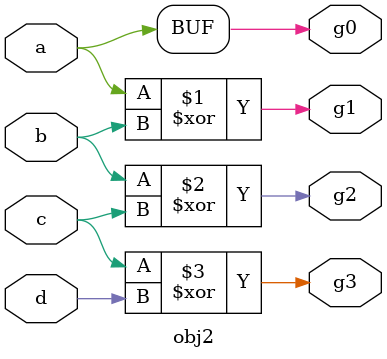
<source format=v>
module obj2(a,b,c,d,g0,g1,g2,g3);
input a,b,c,d;
output g0,g1,g2,g3;
assign g0=a;
assign g1=a^b;
assign g2=b^c;
assign g3=c^d;
endmodule
</source>
